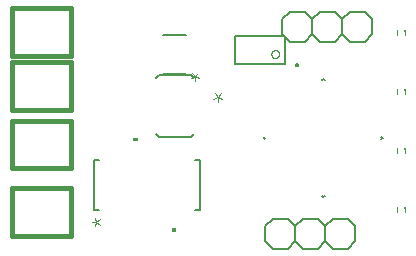
<source format=gbr>
G04 EAGLE Gerber RS-274X export*
G75*
%MOMM*%
%FSLAX34Y34*%
%LPD*%
%INSilkscreen Top*%
%IPPOS*%
%AMOC8*
5,1,8,0,0,1.08239X$1,22.5*%
G01*
%ADD10C,0.203200*%
%ADD11C,0.101600*%
%ADD12C,0.200000*%
%ADD13C,0.127000*%
%ADD14C,0.152400*%
%ADD15C,0.076200*%
%ADD16R,0.225000X0.250000*%
%ADD17C,0.406400*%

G36*
X127157Y97903D02*
X127157Y97903D01*
X127159Y97902D01*
X127202Y97922D01*
X127246Y97940D01*
X127246Y97942D01*
X127248Y97943D01*
X127281Y98028D01*
X127281Y100568D01*
X127280Y100570D01*
X127281Y100572D01*
X127261Y100615D01*
X127243Y100659D01*
X127241Y100659D01*
X127240Y100661D01*
X127155Y100694D01*
X123345Y100694D01*
X123343Y100693D01*
X123341Y100694D01*
X123298Y100674D01*
X123254Y100656D01*
X123254Y100654D01*
X123252Y100653D01*
X123219Y100568D01*
X123219Y98028D01*
X123220Y98026D01*
X123219Y98024D01*
X123239Y97981D01*
X123257Y97937D01*
X123259Y97937D01*
X123260Y97935D01*
X123345Y97902D01*
X127155Y97902D01*
X127157Y97903D01*
G37*
G36*
X159657Y21307D02*
X159657Y21307D01*
X159659Y21306D01*
X159702Y21326D01*
X159746Y21344D01*
X159746Y21346D01*
X159748Y21347D01*
X159781Y21432D01*
X159781Y23972D01*
X159780Y23974D01*
X159781Y23976D01*
X159761Y24019D01*
X159743Y24063D01*
X159741Y24063D01*
X159740Y24065D01*
X159655Y24098D01*
X155845Y24098D01*
X155843Y24097D01*
X155841Y24098D01*
X155798Y24078D01*
X155754Y24060D01*
X155754Y24058D01*
X155752Y24057D01*
X155719Y23972D01*
X155719Y21432D01*
X155720Y21430D01*
X155719Y21428D01*
X155739Y21385D01*
X155757Y21341D01*
X155759Y21341D01*
X155760Y21339D01*
X155845Y21306D01*
X159655Y21306D01*
X159657Y21307D01*
G37*
D10*
X251449Y186884D02*
X209751Y186884D01*
X209751Y163516D01*
X251449Y163516D01*
X251449Y186884D01*
D11*
X240101Y171660D02*
X240103Y171776D01*
X240109Y171891D01*
X240119Y172006D01*
X240133Y172121D01*
X240151Y172235D01*
X240173Y172349D01*
X240198Y172461D01*
X240228Y172573D01*
X240261Y172684D01*
X240299Y172793D01*
X240340Y172901D01*
X240384Y173008D01*
X240433Y173113D01*
X240485Y173216D01*
X240540Y173318D01*
X240599Y173417D01*
X240661Y173515D01*
X240727Y173610D01*
X240796Y173703D01*
X240868Y173793D01*
X240943Y173881D01*
X241021Y173966D01*
X241102Y174048D01*
X241186Y174128D01*
X241273Y174205D01*
X241362Y174278D01*
X241454Y174349D01*
X241548Y174416D01*
X241644Y174480D01*
X241742Y174541D01*
X241843Y174598D01*
X241945Y174652D01*
X242049Y174702D01*
X242155Y174749D01*
X242262Y174791D01*
X242371Y174830D01*
X242481Y174866D01*
X242593Y174897D01*
X242705Y174925D01*
X242818Y174949D01*
X242932Y174969D01*
X243046Y174985D01*
X243161Y174997D01*
X243277Y175005D01*
X243392Y175009D01*
X243508Y175009D01*
X243623Y175005D01*
X243739Y174997D01*
X243854Y174985D01*
X243968Y174969D01*
X244082Y174949D01*
X244195Y174925D01*
X244307Y174897D01*
X244419Y174866D01*
X244529Y174830D01*
X244638Y174791D01*
X244745Y174749D01*
X244851Y174702D01*
X244955Y174652D01*
X245057Y174598D01*
X245158Y174541D01*
X245256Y174480D01*
X245352Y174416D01*
X245446Y174349D01*
X245538Y174278D01*
X245627Y174205D01*
X245714Y174128D01*
X245798Y174048D01*
X245879Y173966D01*
X245957Y173881D01*
X246032Y173793D01*
X246104Y173703D01*
X246173Y173610D01*
X246239Y173515D01*
X246301Y173417D01*
X246360Y173318D01*
X246415Y173216D01*
X246467Y173113D01*
X246516Y173008D01*
X246560Y172901D01*
X246601Y172793D01*
X246639Y172684D01*
X246672Y172573D01*
X246702Y172461D01*
X246727Y172349D01*
X246749Y172235D01*
X246767Y172121D01*
X246781Y172006D01*
X246791Y171891D01*
X246797Y171776D01*
X246799Y171660D01*
X246797Y171544D01*
X246791Y171429D01*
X246781Y171314D01*
X246767Y171199D01*
X246749Y171085D01*
X246727Y170971D01*
X246702Y170859D01*
X246672Y170747D01*
X246639Y170636D01*
X246601Y170527D01*
X246560Y170419D01*
X246516Y170312D01*
X246467Y170207D01*
X246415Y170104D01*
X246360Y170002D01*
X246301Y169903D01*
X246239Y169805D01*
X246173Y169710D01*
X246104Y169617D01*
X246032Y169527D01*
X245957Y169439D01*
X245879Y169354D01*
X245798Y169272D01*
X245714Y169192D01*
X245627Y169115D01*
X245538Y169042D01*
X245446Y168971D01*
X245352Y168904D01*
X245256Y168840D01*
X245158Y168779D01*
X245057Y168722D01*
X244955Y168668D01*
X244851Y168618D01*
X244745Y168571D01*
X244638Y168529D01*
X244529Y168490D01*
X244419Y168454D01*
X244307Y168423D01*
X244195Y168395D01*
X244082Y168371D01*
X243968Y168351D01*
X243854Y168335D01*
X243739Y168323D01*
X243623Y168315D01*
X243508Y168311D01*
X243392Y168311D01*
X243277Y168315D01*
X243161Y168323D01*
X243046Y168335D01*
X242932Y168351D01*
X242818Y168371D01*
X242705Y168395D01*
X242593Y168423D01*
X242481Y168454D01*
X242371Y168490D01*
X242262Y168529D01*
X242155Y168571D01*
X242049Y168618D01*
X241945Y168668D01*
X241843Y168722D01*
X241742Y168779D01*
X241644Y168840D01*
X241548Y168904D01*
X241454Y168971D01*
X241362Y169042D01*
X241273Y169115D01*
X241186Y169192D01*
X241102Y169272D01*
X241021Y169354D01*
X240943Y169439D01*
X240868Y169527D01*
X240796Y169617D01*
X240727Y169710D01*
X240661Y169805D01*
X240599Y169903D01*
X240540Y170002D01*
X240485Y170104D01*
X240433Y170207D01*
X240384Y170312D01*
X240340Y170419D01*
X240299Y170527D01*
X240261Y170636D01*
X240228Y170747D01*
X240198Y170859D01*
X240173Y170971D01*
X240151Y171085D01*
X240133Y171199D01*
X240119Y171314D01*
X240109Y171429D01*
X240103Y171544D01*
X240101Y171660D01*
D12*
X260714Y162684D02*
X260716Y162747D01*
X260722Y162809D01*
X260732Y162871D01*
X260745Y162933D01*
X260763Y162993D01*
X260784Y163052D01*
X260809Y163110D01*
X260838Y163166D01*
X260870Y163220D01*
X260905Y163272D01*
X260943Y163321D01*
X260985Y163369D01*
X261029Y163413D01*
X261077Y163455D01*
X261126Y163493D01*
X261178Y163528D01*
X261232Y163560D01*
X261288Y163589D01*
X261346Y163614D01*
X261405Y163635D01*
X261465Y163653D01*
X261527Y163666D01*
X261589Y163676D01*
X261651Y163682D01*
X261714Y163684D01*
X261777Y163682D01*
X261839Y163676D01*
X261901Y163666D01*
X261963Y163653D01*
X262023Y163635D01*
X262082Y163614D01*
X262140Y163589D01*
X262196Y163560D01*
X262250Y163528D01*
X262302Y163493D01*
X262351Y163455D01*
X262399Y163413D01*
X262443Y163369D01*
X262485Y163321D01*
X262523Y163272D01*
X262558Y163220D01*
X262590Y163166D01*
X262619Y163110D01*
X262644Y163052D01*
X262665Y162993D01*
X262683Y162933D01*
X262696Y162871D01*
X262706Y162809D01*
X262712Y162747D01*
X262714Y162684D01*
X262712Y162621D01*
X262706Y162559D01*
X262696Y162497D01*
X262683Y162435D01*
X262665Y162375D01*
X262644Y162316D01*
X262619Y162258D01*
X262590Y162202D01*
X262558Y162148D01*
X262523Y162096D01*
X262485Y162047D01*
X262443Y161999D01*
X262399Y161955D01*
X262351Y161913D01*
X262302Y161875D01*
X262250Y161840D01*
X262196Y161808D01*
X262140Y161779D01*
X262082Y161754D01*
X262023Y161733D01*
X261963Y161715D01*
X261901Y161702D01*
X261839Y161692D01*
X261777Y161686D01*
X261714Y161684D01*
X261651Y161686D01*
X261589Y161692D01*
X261527Y161702D01*
X261465Y161715D01*
X261405Y161733D01*
X261346Y161754D01*
X261288Y161779D01*
X261232Y161808D01*
X261178Y161840D01*
X261126Y161875D01*
X261077Y161913D01*
X261029Y161955D01*
X260985Y161999D01*
X260943Y162047D01*
X260905Y162096D01*
X260870Y162148D01*
X260838Y162202D01*
X260809Y162258D01*
X260784Y162316D01*
X260763Y162375D01*
X260745Y162435D01*
X260732Y162497D01*
X260722Y162559D01*
X260716Y162621D01*
X260714Y162684D01*
D13*
X283104Y51491D02*
X284200Y50395D01*
X334405Y100600D02*
X333309Y101696D01*
X235091Y99504D02*
X233995Y100600D01*
X284200Y150805D02*
X285296Y149709D01*
X285296Y51491D02*
X284200Y50395D01*
X333309Y99504D02*
X334405Y100600D01*
X235091Y101696D02*
X233995Y100600D01*
X283104Y149709D02*
X284200Y150805D01*
D14*
X174402Y104332D02*
X171862Y101792D01*
X174402Y151068D02*
X171862Y153608D01*
X144938Y153608D01*
X142398Y151068D01*
X142398Y104332D02*
X144938Y101792D01*
X171862Y101792D01*
D15*
X194757Y131397D02*
X194757Y135376D01*
X192436Y138361D01*
X194757Y135376D02*
X197079Y138361D01*
X194757Y135376D02*
X191110Y134050D01*
X194757Y135376D02*
X198405Y134050D01*
D14*
X167752Y187756D02*
X148448Y187756D01*
X148448Y155244D02*
X167752Y155244D01*
D15*
X175407Y153014D02*
X175407Y149035D01*
X175407Y153014D02*
X173086Y155999D01*
X175407Y153014D02*
X177729Y155999D01*
X175407Y153014D02*
X171760Y151688D01*
X175407Y153014D02*
X179055Y151688D01*
D14*
X241350Y32100D02*
X254050Y32100D01*
X260400Y25750D01*
X260400Y13050D01*
X254050Y6700D01*
X260400Y25750D02*
X266750Y32100D01*
X279450Y32100D01*
X285800Y25750D01*
X285800Y13050D01*
X279450Y6700D01*
X266750Y6700D01*
X260400Y13050D01*
X235000Y13050D02*
X235000Y25750D01*
X241350Y32100D01*
X235000Y13050D02*
X241350Y6700D01*
X254050Y6700D01*
X285800Y25750D02*
X292150Y32100D01*
X304850Y32100D01*
X311200Y25750D01*
X311200Y13050D01*
X304850Y6700D01*
X292150Y6700D01*
X285800Y13050D01*
D11*
X353500Y188000D02*
X353500Y192000D01*
X346500Y192000D02*
X346500Y188000D01*
D16*
X352875Y191250D03*
D11*
X353500Y142000D02*
X353500Y138000D01*
X346500Y138000D02*
X346500Y142000D01*
D16*
X352875Y141250D03*
D11*
X353500Y92000D02*
X353500Y88000D01*
X346500Y88000D02*
X346500Y92000D01*
D16*
X352875Y91250D03*
D11*
X353500Y42000D02*
X353500Y38000D01*
X346500Y38000D02*
X346500Y42000D01*
D16*
X352875Y41250D03*
D14*
X319150Y182100D02*
X306450Y182100D01*
X300100Y188450D01*
X300100Y201150D01*
X306450Y207500D01*
X300100Y188450D02*
X293750Y182100D01*
X281050Y182100D01*
X274700Y188450D01*
X274700Y201150D01*
X281050Y207500D01*
X293750Y207500D01*
X300100Y201150D01*
X325500Y201150D02*
X325500Y188450D01*
X319150Y182100D01*
X325500Y201150D02*
X319150Y207500D01*
X306450Y207500D01*
X274700Y188450D02*
X268350Y182100D01*
X255650Y182100D01*
X249300Y188450D01*
X249300Y201150D01*
X255650Y207500D01*
X268350Y207500D01*
X274700Y201150D01*
D17*
X70800Y58100D02*
X20800Y58100D01*
X20800Y18100D01*
X70800Y18100D01*
X70800Y58100D01*
X70800Y114900D02*
X20800Y114900D01*
X20800Y74900D01*
X70800Y74900D01*
X70800Y114900D01*
X70800Y210500D02*
X20800Y210500D01*
X20800Y170500D01*
X70800Y170500D01*
X70800Y210500D01*
X70800Y164700D02*
X20800Y164700D01*
X20800Y124700D01*
X70800Y124700D01*
X70800Y164700D01*
D14*
X179958Y82336D02*
X179958Y39664D01*
X179958Y82336D02*
X175894Y82336D01*
X90042Y82336D02*
X90042Y39664D01*
X94106Y39664D01*
X175894Y39664D02*
X179958Y39664D01*
X94106Y82336D02*
X90042Y82336D01*
D15*
X91876Y29469D02*
X87897Y29469D01*
X91876Y29469D02*
X94861Y31790D01*
X91876Y29469D02*
X94861Y27147D01*
X91876Y29469D02*
X90550Y33116D01*
X91876Y29469D02*
X90550Y25821D01*
M02*

</source>
